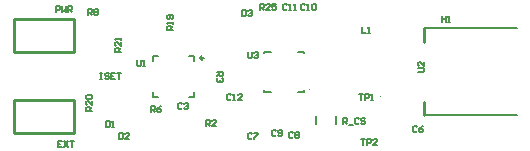
<source format=gto>
G04 Layer_Color=15132400*
%FSLAX24Y24*%
%MOIN*%
G70*
G01*
G75*
%ADD33C,0.0100*%
%ADD48C,0.0039*%
%ADD49C,0.0098*%
%ADD50C,0.0079*%
%ADD51C,0.0050*%
D33*
X19946Y30300D02*
Y31400D01*
Y31401D02*
X21954D01*
Y30300D02*
Y31400D01*
X19946Y30300D02*
X21954D01*
Y33000D02*
Y34100D01*
X19946Y32999D02*
X21954D01*
X19946Y33000D02*
Y34100D01*
X21954D01*
X33600Y30900D02*
Y31350D01*
X33599Y33350D02*
Y33807D01*
D48*
X29796Y31744D02*
G03*
X29796Y31744I-20J0D01*
G01*
X32149Y31526D02*
G03*
X32149Y31526I-20J0D01*
G01*
D49*
X26249Y32800D02*
G03*
X26249Y32800I-49J0D01*
G01*
D50*
X33594Y30893D02*
X36700D01*
X30015Y30612D02*
Y30888D01*
X30685Y30612D02*
Y30888D01*
X25929Y31521D02*
Y31688D01*
X25762Y31521D02*
X25929D01*
X24571D02*
Y31688D01*
Y31521D02*
X24738D01*
X24571Y32712D02*
Y32879D01*
X24738D01*
X25929Y32712D02*
Y32879D01*
X25762D02*
X25929D01*
X28281Y31681D02*
Y31744D01*
Y32956D02*
Y33019D01*
X29619Y32956D02*
Y33019D01*
Y31681D02*
Y31744D01*
X29403Y31681D02*
X29619D01*
X28281D02*
X28497D01*
X28281Y33019D02*
X28497D01*
X29403D02*
X29619D01*
X33599Y33807D02*
X36700D01*
D51*
X33383Y30517D02*
X33350Y30550D01*
X33283D01*
X33250Y30517D01*
Y30383D01*
X33283Y30350D01*
X33350D01*
X33383Y30383D01*
X33583Y30550D02*
X33517Y30517D01*
X33450Y30450D01*
Y30383D01*
X33483Y30350D01*
X33550D01*
X33583Y30383D01*
Y30417D01*
X33550Y30450D01*
X33450D01*
X34200Y34200D02*
Y34000D01*
Y34100D01*
X34333D01*
Y34200D01*
Y34000D01*
X34400D02*
X34467D01*
X34433D01*
Y34200D01*
X34400Y34167D01*
X30900Y30600D02*
Y30800D01*
X31000D01*
X31033Y30767D01*
Y30700D01*
X31000Y30667D01*
X30900D01*
X30967D02*
X31033Y30600D01*
X31100Y30567D02*
X31233D01*
X31433Y30767D02*
X31400Y30800D01*
X31333D01*
X31300Y30767D01*
Y30633D01*
X31333Y30600D01*
X31400D01*
X31433Y30633D01*
X31633Y30767D02*
X31600Y30800D01*
X31533D01*
X31500Y30767D01*
Y30733D01*
X31533Y30700D01*
X31600D01*
X31633Y30667D01*
Y30633D01*
X31600Y30600D01*
X31533D01*
X31500Y30633D01*
X21533Y30050D02*
X21400D01*
Y29850D01*
X21533D01*
X21400Y29950D02*
X21467D01*
X21600Y30050D02*
X21733Y29850D01*
Y30050D02*
X21600Y29850D01*
X21800Y30050D02*
X21933D01*
X21867D01*
Y29850D01*
X22800Y32300D02*
X22867D01*
X22833D01*
Y32100D01*
X22800D01*
X22867D01*
X23100Y32267D02*
X23067Y32300D01*
X23000D01*
X22967Y32267D01*
Y32233D01*
X23000Y32200D01*
X23067D01*
X23100Y32167D01*
Y32133D01*
X23067Y32100D01*
X23000D01*
X22967Y32133D01*
X23300Y32300D02*
X23167D01*
Y32100D01*
X23300D01*
X23167Y32200D02*
X23233D01*
X23366Y32300D02*
X23500D01*
X23433D01*
Y32100D01*
X27550Y34400D02*
Y34200D01*
X27650D01*
X27683Y34233D01*
Y34367D01*
X27650Y34400D01*
X27550D01*
X27750Y34367D02*
X27783Y34400D01*
X27850D01*
X27883Y34367D01*
Y34333D01*
X27850Y34300D01*
X27817D01*
X27850D01*
X27883Y34267D01*
Y34233D01*
X27850Y34200D01*
X27783D01*
X27750Y34233D01*
X22400Y34250D02*
Y34450D01*
X22500D01*
X22533Y34417D01*
Y34350D01*
X22500Y34317D01*
X22400D01*
X22467D02*
X22533Y34250D01*
X22600Y34417D02*
X22633Y34450D01*
X22700D01*
X22733Y34417D01*
Y34383D01*
X22700Y34350D01*
X22733Y34317D01*
Y34283D01*
X22700Y34250D01*
X22633D01*
X22600Y34283D01*
Y34317D01*
X22633Y34350D01*
X22600Y34383D01*
Y34417D01*
X22633Y34350D02*
X22700D01*
X21350Y34350D02*
Y34550D01*
X21450D01*
X21483Y34517D01*
Y34450D01*
X21450Y34417D01*
X21350D01*
X21550Y34550D02*
Y34350D01*
X21617Y34417D01*
X21683Y34350D01*
Y34550D01*
X21750Y34350D02*
Y34550D01*
X21850D01*
X21883Y34517D01*
Y34450D01*
X21850Y34417D01*
X21750D01*
X21817D02*
X21883Y34350D01*
X31500Y30100D02*
X31633D01*
X31567D01*
Y29900D01*
X31700D02*
Y30100D01*
X31800D01*
X31833Y30067D01*
Y30000D01*
X31800Y29967D01*
X31700D01*
X32033Y29900D02*
X31900D01*
X32033Y30033D01*
Y30067D01*
X32000Y30100D01*
X31933D01*
X31900Y30067D01*
X31450Y31600D02*
X31583D01*
X31517D01*
Y31400D01*
X31650D02*
Y31600D01*
X31750D01*
X31783Y31567D01*
Y31500D01*
X31750Y31467D01*
X31650D01*
X31850Y31400D02*
X31917D01*
X31883D01*
Y31600D01*
X31850Y31567D01*
X25533Y31267D02*
X25500Y31300D01*
X25433D01*
X25400Y31267D01*
Y31133D01*
X25433Y31100D01*
X25500D01*
X25533Y31133D01*
X25600Y31267D02*
X25633Y31300D01*
X25700D01*
X25733Y31267D01*
Y31233D01*
X25700Y31200D01*
X25667D01*
X25700D01*
X25733Y31167D01*
Y31133D01*
X25700Y31100D01*
X25633D01*
X25600Y31133D01*
X27883Y30267D02*
X27850Y30300D01*
X27783D01*
X27750Y30267D01*
Y30133D01*
X27783Y30100D01*
X27850D01*
X27883Y30133D01*
X27950Y30300D02*
X28083D01*
Y30267D01*
X27950Y30133D01*
Y30100D01*
X29233Y30317D02*
X29200Y30350D01*
X29133D01*
X29100Y30317D01*
Y30183D01*
X29133Y30150D01*
X29200D01*
X29233Y30183D01*
X29300Y30317D02*
X29333Y30350D01*
X29400D01*
X29433Y30317D01*
Y30283D01*
X29400Y30250D01*
X29433Y30217D01*
Y30183D01*
X29400Y30150D01*
X29333D01*
X29300Y30183D01*
Y30217D01*
X29333Y30250D01*
X29300Y30283D01*
Y30317D01*
X29333Y30250D02*
X29400D01*
X28683Y30367D02*
X28650Y30400D01*
X28583D01*
X28550Y30367D01*
Y30233D01*
X28583Y30200D01*
X28650D01*
X28683Y30233D01*
X28750D02*
X28783Y30200D01*
X28850D01*
X28883Y30233D01*
Y30367D01*
X28850Y30400D01*
X28783D01*
X28750Y30367D01*
Y30333D01*
X28783Y30300D01*
X28883D01*
X29633Y34567D02*
X29600Y34600D01*
X29533D01*
X29500Y34567D01*
Y34433D01*
X29533Y34400D01*
X29600D01*
X29633Y34433D01*
X29700Y34400D02*
X29767D01*
X29733D01*
Y34600D01*
X29700Y34567D01*
X29867D02*
X29900Y34600D01*
X29967D01*
X30000Y34567D01*
Y34433D01*
X29967Y34400D01*
X29900D01*
X29867Y34433D01*
Y34567D01*
X29033D02*
X29000Y34600D01*
X28933D01*
X28900Y34567D01*
Y34433D01*
X28933Y34400D01*
X29000D01*
X29033Y34433D01*
X29100Y34400D02*
X29167D01*
X29133D01*
Y34600D01*
X29100Y34567D01*
X29267Y34400D02*
X29333D01*
X29300D01*
Y34600D01*
X29267Y34567D01*
X27183Y31567D02*
X27150Y31600D01*
X27083D01*
X27050Y31567D01*
Y31433D01*
X27083Y31400D01*
X27150D01*
X27183Y31433D01*
X27250Y31400D02*
X27317D01*
X27283D01*
Y31600D01*
X27250Y31567D01*
X27550Y31400D02*
X27417D01*
X27550Y31533D01*
Y31567D01*
X27517Y31600D01*
X27450D01*
X27417Y31567D01*
X23450Y30300D02*
Y30100D01*
X23550D01*
X23583Y30133D01*
Y30267D01*
X23550Y30300D01*
X23450D01*
X23783Y30100D02*
X23650D01*
X23783Y30233D01*
Y30267D01*
X23750Y30300D01*
X23683D01*
X23650Y30267D01*
X31550Y33850D02*
Y33650D01*
X31683D01*
X31750D02*
X31817D01*
X31783D01*
Y33850D01*
X31750Y33817D01*
X26350Y30550D02*
Y30750D01*
X26450D01*
X26483Y30717D01*
Y30650D01*
X26450Y30617D01*
X26350D01*
X26417D02*
X26483Y30550D01*
X26683D02*
X26550D01*
X26683Y30683D01*
Y30717D01*
X26650Y30750D01*
X26583D01*
X26550Y30717D01*
X26700Y32350D02*
X26900D01*
Y32250D01*
X26867Y32217D01*
X26800D01*
X26767Y32250D01*
Y32350D01*
Y32283D02*
X26700Y32217D01*
X26867Y32150D02*
X26900Y32117D01*
Y32050D01*
X26867Y32017D01*
X26833D01*
X26800Y32050D01*
Y32083D01*
Y32050D01*
X26767Y32017D01*
X26733D01*
X26700Y32050D01*
Y32117D01*
X26733Y32150D01*
X24500Y31000D02*
Y31200D01*
X24600D01*
X24633Y31167D01*
Y31100D01*
X24600Y31067D01*
X24500D01*
X24567D02*
X24633Y31000D01*
X24833Y31200D02*
X24767Y31167D01*
X24700Y31100D01*
Y31033D01*
X24733Y31000D01*
X24800D01*
X24833Y31033D01*
Y31067D01*
X24800Y31100D01*
X24700D01*
X25250Y33750D02*
X25050D01*
Y33850D01*
X25083Y33883D01*
X25150D01*
X25183Y33850D01*
Y33750D01*
Y33817D02*
X25250Y33883D01*
Y33950D02*
Y34017D01*
Y33983D01*
X25050D01*
X25083Y33950D01*
X25217Y34117D02*
X25250Y34150D01*
Y34217D01*
X25217Y34250D01*
X25083D01*
X25050Y34217D01*
Y34150D01*
X25083Y34117D01*
X25117D01*
X25150Y34150D01*
Y34250D01*
X22550Y31050D02*
X22350D01*
Y31150D01*
X22383Y31183D01*
X22450D01*
X22483Y31150D01*
Y31050D01*
Y31117D02*
X22550Y31183D01*
Y31383D02*
Y31250D01*
X22417Y31383D01*
X22383D01*
X22350Y31350D01*
Y31283D01*
X22383Y31250D01*
Y31450D02*
X22350Y31483D01*
Y31550D01*
X22383Y31583D01*
X22517D01*
X22550Y31550D01*
Y31483D01*
X22517Y31450D01*
X22383D01*
X23500Y33000D02*
X23300D01*
Y33100D01*
X23333Y33133D01*
X23400D01*
X23433Y33100D01*
Y33000D01*
Y33067D02*
X23500Y33133D01*
Y33333D02*
Y33200D01*
X23367Y33333D01*
X23333D01*
X23300Y33300D01*
Y33233D01*
X23333Y33200D01*
X23500Y33400D02*
Y33467D01*
Y33433D01*
X23300D01*
X23333Y33400D01*
X28150Y34400D02*
Y34600D01*
X28250D01*
X28283Y34567D01*
Y34500D01*
X28250Y34467D01*
X28150D01*
X28217D02*
X28283Y34400D01*
X28483D02*
X28350D01*
X28483Y34533D01*
Y34567D01*
X28450Y34600D01*
X28383D01*
X28350Y34567D01*
X28683Y34600D02*
X28550D01*
Y34500D01*
X28617Y34533D01*
X28650D01*
X28683Y34500D01*
Y34433D01*
X28650Y34400D01*
X28583D01*
X28550Y34433D01*
X24050Y32750D02*
Y32583D01*
X24083Y32550D01*
X24150D01*
X24183Y32583D01*
Y32750D01*
X24250Y32550D02*
X24317D01*
X24283D01*
Y32750D01*
X24250Y32717D01*
X27750Y33000D02*
Y32833D01*
X27783Y32800D01*
X27850D01*
X27883Y32833D01*
Y33000D01*
X27950Y32967D02*
X27983Y33000D01*
X28050D01*
X28083Y32967D01*
Y32933D01*
X28050Y32900D01*
X28017D01*
X28050D01*
X28083Y32867D01*
Y32833D01*
X28050Y32800D01*
X27983D01*
X27950Y32833D01*
X23000Y30700D02*
Y30500D01*
X23100D01*
X23133Y30533D01*
Y30667D01*
X23100Y30700D01*
X23000D01*
X23200Y30500D02*
X23267D01*
X23233D01*
Y30700D01*
X23200Y30667D01*
X33400Y32350D02*
X33567D01*
X33600Y32383D01*
Y32450D01*
X33567Y32483D01*
X33400D01*
X33600Y32683D02*
Y32550D01*
X33467Y32683D01*
X33433D01*
X33400Y32650D01*
Y32583D01*
X33433Y32550D01*
M02*

</source>
